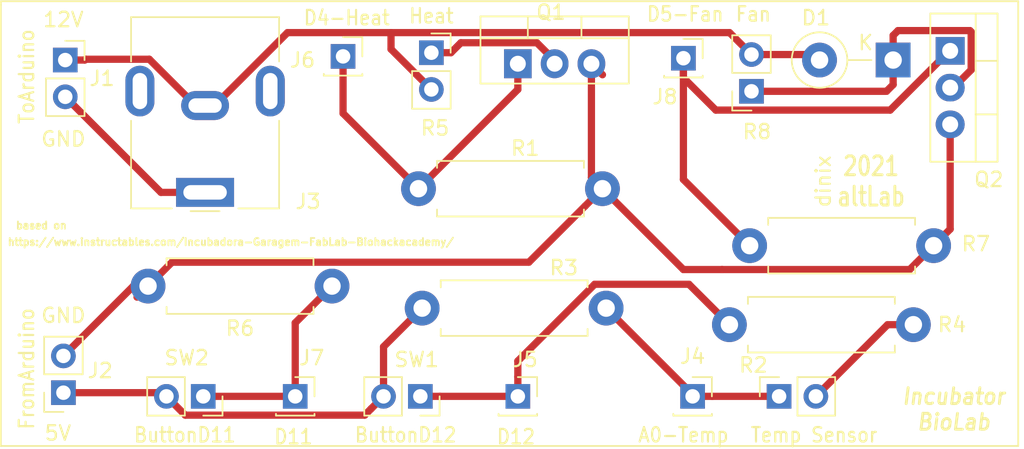
<source format=kicad_pcb>
(kicad_pcb (version 20171130) (host pcbnew "(5.1.2)-2")

  (general
    (thickness 1.6)
    (drawings 27)
    (tracks 84)
    (zones 0)
    (modules 21)
    (nets 12)
  )

  (page A4)
  (layers
    (0 F.Cu signal)
    (31 B.Cu signal hide)
    (32 B.Adhes user hide)
    (33 F.Adhes user hide)
    (34 B.Paste user hide)
    (35 F.Paste user hide)
    (36 B.SilkS user hide)
    (37 F.SilkS user)
    (38 B.Mask user hide)
    (39 F.Mask user hide)
    (40 Dwgs.User user hide)
    (41 Cmts.User user hide)
    (42 Eco1.User user hide)
    (43 Eco2.User user hide)
    (44 Edge.Cuts user)
    (45 Margin user hide)
    (46 B.CrtYd user hide)
    (47 F.CrtYd user hide)
    (48 B.Fab user hide)
    (49 F.Fab user hide)
  )

  (setup
    (last_trace_width 0.5)
    (user_trace_width 0.5)
    (trace_clearance 0.2)
    (zone_clearance 0.508)
    (zone_45_only no)
    (trace_min 0.2)
    (via_size 0.8)
    (via_drill 0.4)
    (via_min_size 0.4)
    (via_min_drill 0.3)
    (uvia_size 0.3)
    (uvia_drill 0.1)
    (uvias_allowed no)
    (uvia_min_size 0.2)
    (uvia_min_drill 0.1)
    (edge_width 0.05)
    (segment_width 0.2)
    (pcb_text_width 0.3)
    (pcb_text_size 1.5 1.5)
    (mod_edge_width 0.12)
    (mod_text_size 1 1)
    (mod_text_width 0.15)
    (pad_size 1.524 1.524)
    (pad_drill 0.762)
    (pad_to_mask_clearance 0.051)
    (solder_mask_min_width 0.25)
    (aux_axis_origin 0 0)
    (visible_elements 7FFFFFFF)
    (pcbplotparams
      (layerselection 0x01000_7fffffff)
      (usegerberextensions false)
      (usegerberattributes false)
      (usegerberadvancedattributes false)
      (creategerberjobfile false)
      (excludeedgelayer true)
      (linewidth 0.200000)
      (plotframeref true)
      (viasonmask false)
      (mode 1)
      (useauxorigin false)
      (hpglpennumber 1)
      (hpglpenspeed 20)
      (hpglpendiameter 15.000000)
      (psnegative false)
      (psa4output false)
      (plotreference true)
      (plotvalue true)
      (plotinvisibletext false)
      (padsonsilk false)
      (subtractmaskfromsilk false)
      (outputformat 3)
      (mirror false)
      (drillshape 2)
      (scaleselection 1)
      (outputdirectory "paralelo/"))
  )

  (net 0 "")
  (net 1 "Net-(D1-Pad1)")
  (net 2 "Net-(D1-Pad2)")
  (net 3 "Net-(J1-Pad2)")
  (net 4 "Net-(J2-Pad1)")
  (net 5 "Net-(J2-Pad2)")
  (net 6 "Net-(J4-Pad1)")
  (net 7 "Net-(J5-Pad1)")
  (net 8 "Net-(J6-Pad1)")
  (net 9 "Net-(J7-Pad1)")
  (net 10 "Net-(J8-Pad1)")
  (net 11 "Net-(Q1-Pad2)")

  (net_class Default "This is the default net class."
    (clearance 0.2)
    (trace_width 0.25)
    (via_dia 0.8)
    (via_drill 0.4)
    (uvia_dia 0.3)
    (uvia_drill 0.1)
    (add_net "Net-(D1-Pad1)")
    (add_net "Net-(D1-Pad2)")
    (add_net "Net-(J1-Pad2)")
    (add_net "Net-(J2-Pad1)")
    (add_net "Net-(J2-Pad2)")
    (add_net "Net-(J4-Pad1)")
    (add_net "Net-(J5-Pad1)")
    (add_net "Net-(J6-Pad1)")
    (add_net "Net-(J7-Pad1)")
    (add_net "Net-(J8-Pad1)")
    (add_net "Net-(Q1-Pad2)")
  )

  (module Connector_PinSocket_2.54mm:PinSocket_1x02_P2.54mm_Vertical (layer F.Cu) (tedit 5A19A420) (tstamp 60ADC171)
    (at 85.979 68.326 270)
    (descr "Through hole straight socket strip, 1x02, 2.54mm pitch, single row (from Kicad 4.0.7), script generated")
    (tags "Through hole socket strip THT 1x02 2.54mm single row")
    (path /60B16363)
    (fp_text reference SW1 (at -2.54 0.254 180) (layer F.SilkS)
      (effects (font (size 1 1) (thickness 0.15)))
    )
    (fp_text value "Button +" (at 0 5.31 90) (layer F.Fab)
      (effects (font (size 1 1) (thickness 0.15)))
    )
    (fp_text user %R (at 0 1.27) (layer F.Fab)
      (effects (font (size 1 1) (thickness 0.15)))
    )
    (fp_line (start -1.8 4.3) (end -1.8 -1.8) (layer F.CrtYd) (width 0.05))
    (fp_line (start 1.75 4.3) (end -1.8 4.3) (layer F.CrtYd) (width 0.05))
    (fp_line (start 1.75 -1.8) (end 1.75 4.3) (layer F.CrtYd) (width 0.05))
    (fp_line (start -1.8 -1.8) (end 1.75 -1.8) (layer F.CrtYd) (width 0.05))
    (fp_line (start 0 -1.33) (end 1.33 -1.33) (layer F.SilkS) (width 0.12))
    (fp_line (start 1.33 -1.33) (end 1.33 0) (layer F.SilkS) (width 0.12))
    (fp_line (start 1.33 1.27) (end 1.33 3.87) (layer F.SilkS) (width 0.12))
    (fp_line (start -1.33 3.87) (end 1.33 3.87) (layer F.SilkS) (width 0.12))
    (fp_line (start -1.33 1.27) (end -1.33 3.87) (layer F.SilkS) (width 0.12))
    (fp_line (start -1.33 1.27) (end 1.33 1.27) (layer F.SilkS) (width 0.12))
    (fp_line (start -1.27 3.81) (end -1.27 -1.27) (layer F.Fab) (width 0.1))
    (fp_line (start 1.27 3.81) (end -1.27 3.81) (layer F.Fab) (width 0.1))
    (fp_line (start 1.27 -0.635) (end 1.27 3.81) (layer F.Fab) (width 0.1))
    (fp_line (start 0.635 -1.27) (end 1.27 -0.635) (layer F.Fab) (width 0.1))
    (fp_line (start -1.27 -1.27) (end 0.635 -1.27) (layer F.Fab) (width 0.1))
    (pad 2 thru_hole oval (at 0 2.54 270) (size 1.7 1.7) (drill 1) (layers *.Cu *.Mask)
      (net 4 "Net-(J2-Pad1)"))
    (pad 1 thru_hole rect (at 0 0 270) (size 1.7 1.7) (drill 1) (layers *.Cu *.Mask)
      (net 7 "Net-(J5-Pad1)"))
    (model ${KISYS3DMOD}/Connector_PinSocket_2.54mm.3dshapes/PinSocket_1x02_P2.54mm_Vertical.wrl
      (at (xyz 0 0 0))
      (scale (xyz 1 1 1))
      (rotate (xyz 0 0 0))
    )
  )

  (module Connector_PinSocket_2.54mm:PinSocket_1x02_P2.54mm_Vertical (layer F.Cu) (tedit 5A19A420) (tstamp 60ADBFF1)
    (at 61.341 68.072 180)
    (descr "Through hole straight socket strip, 1x02, 2.54mm pitch, single row (from Kicad 4.0.7), script generated")
    (tags "Through hole socket strip THT 1x02 2.54mm single row")
    (path /60AFB970)
    (fp_text reference J2 (at -2.54 1.524) (layer F.SilkS)
      (effects (font (size 1 1) (thickness 0.15)))
    )
    (fp_text value FromArduino (at 0 5.31) (layer F.Fab)
      (effects (font (size 1 1) (thickness 0.15)))
    )
    (fp_line (start -1.27 -1.27) (end 0.635 -1.27) (layer F.Fab) (width 0.1))
    (fp_line (start 0.635 -1.27) (end 1.27 -0.635) (layer F.Fab) (width 0.1))
    (fp_line (start 1.27 -0.635) (end 1.27 3.81) (layer F.Fab) (width 0.1))
    (fp_line (start 1.27 3.81) (end -1.27 3.81) (layer F.Fab) (width 0.1))
    (fp_line (start -1.27 3.81) (end -1.27 -1.27) (layer F.Fab) (width 0.1))
    (fp_line (start -1.33 1.27) (end 1.33 1.27) (layer F.SilkS) (width 0.12))
    (fp_line (start -1.33 1.27) (end -1.33 3.87) (layer F.SilkS) (width 0.12))
    (fp_line (start -1.33 3.87) (end 1.33 3.87) (layer F.SilkS) (width 0.12))
    (fp_line (start 1.33 1.27) (end 1.33 3.87) (layer F.SilkS) (width 0.12))
    (fp_line (start 1.33 -1.33) (end 1.33 0) (layer F.SilkS) (width 0.12))
    (fp_line (start 0 -1.33) (end 1.33 -1.33) (layer F.SilkS) (width 0.12))
    (fp_line (start -1.8 -1.8) (end 1.75 -1.8) (layer F.CrtYd) (width 0.05))
    (fp_line (start 1.75 -1.8) (end 1.75 4.3) (layer F.CrtYd) (width 0.05))
    (fp_line (start 1.75 4.3) (end -1.8 4.3) (layer F.CrtYd) (width 0.05))
    (fp_line (start -1.8 4.3) (end -1.8 -1.8) (layer F.CrtYd) (width 0.05))
    (fp_text user %R (at 0 1.27 90) (layer F.Fab)
      (effects (font (size 1 1) (thickness 0.15)))
    )
    (pad 1 thru_hole rect (at 0 0 180) (size 1.7 1.7) (drill 1) (layers *.Cu *.Mask)
      (net 4 "Net-(J2-Pad1)"))
    (pad 2 thru_hole oval (at 0 2.54 180) (size 1.7 1.7) (drill 1) (layers *.Cu *.Mask)
      (net 5 "Net-(J2-Pad2)"))
    (model ${KISYS3DMOD}/Connector_PinSocket_2.54mm.3dshapes/PinSocket_1x02_P2.54mm_Vertical.wrl
      (at (xyz 0 0 0))
      (scale (xyz 1 1 1))
      (rotate (xyz 0 0 0))
    )
  )

  (module Connector_PinSocket_2.54mm:PinSocket_1x02_P2.54mm_Vertical (layer F.Cu) (tedit 5A19A420) (tstamp 60ADBFDB)
    (at 61.468 45.085)
    (descr "Through hole straight socket strip, 1x02, 2.54mm pitch, single row (from Kicad 4.0.7), script generated")
    (tags "Through hole socket strip THT 1x02 2.54mm single row")
    (path /60B02D22)
    (fp_text reference J1 (at 2.54 1.27) (layer F.SilkS)
      (effects (font (size 1 1) (thickness 0.15)))
    )
    (fp_text value ToArduino (at 0 5.31) (layer F.Fab)
      (effects (font (size 1 1) (thickness 0.15)))
    )
    (fp_line (start -1.27 -1.27) (end 0.635 -1.27) (layer F.Fab) (width 0.1))
    (fp_line (start 0.635 -1.27) (end 1.27 -0.635) (layer F.Fab) (width 0.1))
    (fp_line (start 1.27 -0.635) (end 1.27 3.81) (layer F.Fab) (width 0.1))
    (fp_line (start 1.27 3.81) (end -1.27 3.81) (layer F.Fab) (width 0.1))
    (fp_line (start -1.27 3.81) (end -1.27 -1.27) (layer F.Fab) (width 0.1))
    (fp_line (start -1.33 1.27) (end 1.33 1.27) (layer F.SilkS) (width 0.12))
    (fp_line (start -1.33 1.27) (end -1.33 3.87) (layer F.SilkS) (width 0.12))
    (fp_line (start -1.33 3.87) (end 1.33 3.87) (layer F.SilkS) (width 0.12))
    (fp_line (start 1.33 1.27) (end 1.33 3.87) (layer F.SilkS) (width 0.12))
    (fp_line (start 1.33 -1.33) (end 1.33 0) (layer F.SilkS) (width 0.12))
    (fp_line (start 0 -1.33) (end 1.33 -1.33) (layer F.SilkS) (width 0.12))
    (fp_line (start -1.8 -1.8) (end 1.75 -1.8) (layer F.CrtYd) (width 0.05))
    (fp_line (start 1.75 -1.8) (end 1.75 4.3) (layer F.CrtYd) (width 0.05))
    (fp_line (start 1.75 4.3) (end -1.8 4.3) (layer F.CrtYd) (width 0.05))
    (fp_line (start -1.8 4.3) (end -1.8 -1.8) (layer F.CrtYd) (width 0.05))
    (fp_text user %R (at 0 1.27 90) (layer F.Fab)
      (effects (font (size 1 1) (thickness 0.15)))
    )
    (pad 1 thru_hole rect (at 0 0) (size 1.7 1.7) (drill 1) (layers *.Cu *.Mask)
      (net 2 "Net-(D1-Pad2)"))
    (pad 2 thru_hole oval (at 0 2.54) (size 1.7 1.7) (drill 1) (layers *.Cu *.Mask)
      (net 3 "Net-(J1-Pad2)"))
    (model ${KISYS3DMOD}/Connector_PinSocket_2.54mm.3dshapes/PinSocket_1x02_P2.54mm_Vertical.wrl
      (at (xyz 0 0 0))
      (scale (xyz 1 1 1))
      (rotate (xyz 0 0 0))
    )
  )

  (module Connector_BarrelJack:BarrelJack_CUI_PJ-063AH_Horizontal (layer F.Cu) (tedit 5B0886BD) (tstamp 60ADC00E)
    (at 71.12 54.229 180)
    (descr "Barrel Jack, 2.0mm ID, 5.5mm OD, 24V, 8A, no switch, https://www.cui.com/product/resource/pj-063ah.pdf")
    (tags "barrel jack cui dc power")
    (path /60B67757)
    (fp_text reference J3 (at -7.112 -0.635) (layer F.SilkS)
      (effects (font (size 1 1) (thickness 0.15)))
    )
    (fp_text value Power12V (at 0 11.049) (layer F.Fab)
      (effects (font (size 1 1) (thickness 0.15)))
    )
    (fp_line (start -5 -1) (end -1 -1) (layer F.Fab) (width 0.1))
    (fp_line (start -1 -1) (end 0 0) (layer F.Fab) (width 0.1))
    (fp_line (start 0 0) (end 1 -1) (layer F.Fab) (width 0.1))
    (fp_line (start 1 -1) (end 5 -1) (layer F.Fab) (width 0.1))
    (fp_line (start 5 -1) (end 5 12) (layer F.Fab) (width 0.1))
    (fp_line (start 5 12) (end -5 12) (layer F.Fab) (width 0.1))
    (fp_line (start -5 12) (end -5 -1) (layer F.Fab) (width 0.1))
    (fp_line (start -5.11 4.95) (end -5.11 -1.11) (layer F.SilkS) (width 0.12))
    (fp_line (start -5.11 -1.11) (end -2.3 -1.11) (layer F.SilkS) (width 0.12))
    (fp_line (start 2.3 -1.11) (end 5.11 -1.11) (layer F.SilkS) (width 0.12))
    (fp_line (start 5.11 -1.11) (end 5.11 4.95) (layer F.SilkS) (width 0.12))
    (fp_line (start 5.11 9.05) (end 5.11 12.11) (layer F.SilkS) (width 0.12))
    (fp_line (start 5.11 12.11) (end -5.11 12.11) (layer F.SilkS) (width 0.12))
    (fp_line (start -5.11 12.11) (end -5.11 9.05) (layer F.SilkS) (width 0.12))
    (fp_line (start -1 -1.3) (end 1 -1.3) (layer F.SilkS) (width 0.12))
    (fp_line (start -6 -1.5) (end -6 12.5) (layer F.CrtYd) (width 0.05))
    (fp_line (start -6 12.5) (end 6 12.5) (layer F.CrtYd) (width 0.05))
    (fp_line (start 6 12.5) (end 6 -1.5) (layer F.CrtYd) (width 0.05))
    (fp_line (start 6 -1.5) (end -6 -1.5) (layer F.CrtYd) (width 0.05))
    (fp_text user %R (at 0 5.5) (layer F.Fab)
      (effects (font (size 1 1) (thickness 0.15)))
    )
    (pad 1 thru_hole rect (at 0 0 180) (size 4 2) (drill oval 3 1) (layers *.Cu *.Mask)
      (net 3 "Net-(J1-Pad2)"))
    (pad 2 thru_hole oval (at 0 6 180) (size 3.3 2) (drill oval 2.3 1) (layers *.Cu *.Mask)
      (net 2 "Net-(D1-Pad2)"))
    (pad MP thru_hole oval (at -4.5 7 180) (size 2 3.5) (drill oval 1 2.5) (layers *.Cu *.Mask))
    (pad MP thru_hole oval (at 4.5 7 180) (size 2 3.5) (drill oval 1 2.5) (layers *.Cu *.Mask))
    (pad "" np_thru_hole circle (at 0 9 180) (size 1.6 1.6) (drill 1.6) (layers *.Cu *.Mask))
    (model ${KISYS3DMOD}/Connector_BarrelJack.3dshapes/BarrelJack_CUI_PJ-063AH_Horizontal.wrl
      (at (xyz 0 0 0))
      (scale (xyz 1 1 1))
      (rotate (xyz 0 0 0))
    )
  )

  (module Connector_PinSocket_2.54mm:PinSocket_1x01_P2.54mm_Vertical (layer F.Cu) (tedit 5A19A434) (tstamp 60ADC022)
    (at 104.775 68.326)
    (descr "Through hole straight socket strip, 1x01, 2.54mm pitch, single row (from Kicad 4.0.7), script generated")
    (tags "Through hole socket strip THT 1x01 2.54mm single row")
    (path /60B2464F)
    (fp_text reference J4 (at 0 -2.77) (layer F.SilkS)
      (effects (font (size 1 1) (thickness 0.15)))
    )
    (fp_text value "A0 Sensor" (at 0 2.77) (layer F.Fab)
      (effects (font (size 1 1) (thickness 0.15)))
    )
    (fp_line (start -1.27 -1.27) (end 0.635 -1.27) (layer F.Fab) (width 0.1))
    (fp_line (start 0.635 -1.27) (end 1.27 -0.635) (layer F.Fab) (width 0.1))
    (fp_line (start 1.27 -0.635) (end 1.27 1.27) (layer F.Fab) (width 0.1))
    (fp_line (start 1.27 1.27) (end -1.27 1.27) (layer F.Fab) (width 0.1))
    (fp_line (start -1.27 1.27) (end -1.27 -1.27) (layer F.Fab) (width 0.1))
    (fp_line (start -1.33 1.33) (end 1.33 1.33) (layer F.SilkS) (width 0.12))
    (fp_line (start -1.33 1.21) (end -1.33 1.33) (layer F.SilkS) (width 0.12))
    (fp_line (start 1.33 1.21) (end 1.33 1.33) (layer F.SilkS) (width 0.12))
    (fp_line (start 1.33 -1.33) (end 1.33 0) (layer F.SilkS) (width 0.12))
    (fp_line (start 0 -1.33) (end 1.33 -1.33) (layer F.SilkS) (width 0.12))
    (fp_line (start -1.8 -1.8) (end 1.75 -1.8) (layer F.CrtYd) (width 0.05))
    (fp_line (start 1.75 -1.8) (end 1.75 1.75) (layer F.CrtYd) (width 0.05))
    (fp_line (start 1.75 1.75) (end -1.8 1.75) (layer F.CrtYd) (width 0.05))
    (fp_line (start -1.8 1.75) (end -1.8 -1.8) (layer F.CrtYd) (width 0.05))
    (fp_text user %R (at 0 0) (layer F.Fab)
      (effects (font (size 1 1) (thickness 0.15)))
    )
    (pad 1 thru_hole rect (at 0 0) (size 1.7 1.7) (drill 1) (layers *.Cu *.Mask)
      (net 6 "Net-(J4-Pad1)"))
    (model ${KISYS3DMOD}/Connector_PinSocket_2.54mm.3dshapes/PinSocket_1x01_P2.54mm_Vertical.wrl
      (at (xyz 0 0 0))
      (scale (xyz 1 1 1))
      (rotate (xyz 0 0 0))
    )
  )

  (module Connector_PinSocket_2.54mm:PinSocket_1x01_P2.54mm_Vertical (layer F.Cu) (tedit 5A19A434) (tstamp 60ADC036)
    (at 92.71 68.326)
    (descr "Through hole straight socket strip, 1x01, 2.54mm pitch, single row (from Kicad 4.0.7), script generated")
    (tags "Through hole socket strip THT 1x01 2.54mm single row")
    (path /60B197F3)
    (fp_text reference J5 (at 0.508 -2.54) (layer F.SilkS)
      (effects (font (size 1 1) (thickness 0.15)))
    )
    (fp_text value D12 (at 0 2.77) (layer F.Fab)
      (effects (font (size 1 1) (thickness 0.15)))
    )
    (fp_line (start -1.27 -1.27) (end 0.635 -1.27) (layer F.Fab) (width 0.1))
    (fp_line (start 0.635 -1.27) (end 1.27 -0.635) (layer F.Fab) (width 0.1))
    (fp_line (start 1.27 -0.635) (end 1.27 1.27) (layer F.Fab) (width 0.1))
    (fp_line (start 1.27 1.27) (end -1.27 1.27) (layer F.Fab) (width 0.1))
    (fp_line (start -1.27 1.27) (end -1.27 -1.27) (layer F.Fab) (width 0.1))
    (fp_line (start -1.33 1.33) (end 1.33 1.33) (layer F.SilkS) (width 0.12))
    (fp_line (start -1.33 1.21) (end -1.33 1.33) (layer F.SilkS) (width 0.12))
    (fp_line (start 1.33 1.21) (end 1.33 1.33) (layer F.SilkS) (width 0.12))
    (fp_line (start 1.33 -1.33) (end 1.33 0) (layer F.SilkS) (width 0.12))
    (fp_line (start 0 -1.33) (end 1.33 -1.33) (layer F.SilkS) (width 0.12))
    (fp_line (start -1.8 -1.8) (end 1.75 -1.8) (layer F.CrtYd) (width 0.05))
    (fp_line (start 1.75 -1.8) (end 1.75 1.75) (layer F.CrtYd) (width 0.05))
    (fp_line (start 1.75 1.75) (end -1.8 1.75) (layer F.CrtYd) (width 0.05))
    (fp_line (start -1.8 1.75) (end -1.8 -1.8) (layer F.CrtYd) (width 0.05))
    (fp_text user %R (at 0 0) (layer F.Fab)
      (effects (font (size 1 1) (thickness 0.15)))
    )
    (pad 1 thru_hole rect (at 0 0) (size 1.7 1.7) (drill 1) (layers *.Cu *.Mask)
      (net 7 "Net-(J5-Pad1)"))
    (model ${KISYS3DMOD}/Connector_PinSocket_2.54mm.3dshapes/PinSocket_1x01_P2.54mm_Vertical.wrl
      (at (xyz 0 0 0))
      (scale (xyz 1 1 1))
      (rotate (xyz 0 0 0))
    )
  )

  (module Connector_PinSocket_2.54mm:PinSocket_1x01_P2.54mm_Vertical (layer F.Cu) (tedit 5A19A434) (tstamp 60ADC04A)
    (at 80.645 44.831)
    (descr "Through hole straight socket strip, 1x01, 2.54mm pitch, single row (from Kicad 4.0.7), script generated")
    (tags "Through hole socket strip THT 1x01 2.54mm single row")
    (path /60B017AD)
    (fp_text reference J6 (at -2.794 0.254) (layer F.SilkS)
      (effects (font (size 1 1) (thickness 0.15)))
    )
    (fp_text value "D4 - Heat" (at 0 2.77) (layer F.Fab)
      (effects (font (size 1 1) (thickness 0.15)))
    )
    (fp_line (start -1.27 -1.27) (end 0.635 -1.27) (layer F.Fab) (width 0.1))
    (fp_line (start 0.635 -1.27) (end 1.27 -0.635) (layer F.Fab) (width 0.1))
    (fp_line (start 1.27 -0.635) (end 1.27 1.27) (layer F.Fab) (width 0.1))
    (fp_line (start 1.27 1.27) (end -1.27 1.27) (layer F.Fab) (width 0.1))
    (fp_line (start -1.27 1.27) (end -1.27 -1.27) (layer F.Fab) (width 0.1))
    (fp_line (start -1.33 1.33) (end 1.33 1.33) (layer F.SilkS) (width 0.12))
    (fp_line (start -1.33 1.21) (end -1.33 1.33) (layer F.SilkS) (width 0.12))
    (fp_line (start 1.33 1.21) (end 1.33 1.33) (layer F.SilkS) (width 0.12))
    (fp_line (start 1.33 -1.33) (end 1.33 0) (layer F.SilkS) (width 0.12))
    (fp_line (start 0 -1.33) (end 1.33 -1.33) (layer F.SilkS) (width 0.12))
    (fp_line (start -1.8 -1.8) (end 1.75 -1.8) (layer F.CrtYd) (width 0.05))
    (fp_line (start 1.75 -1.8) (end 1.75 1.75) (layer F.CrtYd) (width 0.05))
    (fp_line (start 1.75 1.75) (end -1.8 1.75) (layer F.CrtYd) (width 0.05))
    (fp_line (start -1.8 1.75) (end -1.8 -1.8) (layer F.CrtYd) (width 0.05))
    (fp_text user %R (at 0 0) (layer F.Fab)
      (effects (font (size 1 1) (thickness 0.15)))
    )
    (pad 1 thru_hole rect (at 0 0) (size 1.7 1.7) (drill 1) (layers *.Cu *.Mask)
      (net 8 "Net-(J6-Pad1)"))
    (model ${KISYS3DMOD}/Connector_PinSocket_2.54mm.3dshapes/PinSocket_1x01_P2.54mm_Vertical.wrl
      (at (xyz 0 0 0))
      (scale (xyz 1 1 1))
      (rotate (xyz 0 0 0))
    )
  )

  (module Connector_PinSocket_2.54mm:PinSocket_1x01_P2.54mm_Vertical (layer F.Cu) (tedit 5A19A434) (tstamp 60ADC05E)
    (at 77.343 68.326)
    (descr "Through hole straight socket strip, 1x01, 2.54mm pitch, single row (from Kicad 4.0.7), script generated")
    (tags "Through hole socket strip THT 1x01 2.54mm single row")
    (path /60B1BD80)
    (fp_text reference J7 (at 1.143 -2.667) (layer F.SilkS)
      (effects (font (size 1 1) (thickness 0.15)))
    )
    (fp_text value D11 (at 0 2.77) (layer F.Fab)
      (effects (font (size 1 1) (thickness 0.15)))
    )
    (fp_text user %R (at 0 0) (layer F.Fab)
      (effects (font (size 1 1) (thickness 0.15)))
    )
    (fp_line (start -1.8 1.75) (end -1.8 -1.8) (layer F.CrtYd) (width 0.05))
    (fp_line (start 1.75 1.75) (end -1.8 1.75) (layer F.CrtYd) (width 0.05))
    (fp_line (start 1.75 -1.8) (end 1.75 1.75) (layer F.CrtYd) (width 0.05))
    (fp_line (start -1.8 -1.8) (end 1.75 -1.8) (layer F.CrtYd) (width 0.05))
    (fp_line (start 0 -1.33) (end 1.33 -1.33) (layer F.SilkS) (width 0.12))
    (fp_line (start 1.33 -1.33) (end 1.33 0) (layer F.SilkS) (width 0.12))
    (fp_line (start 1.33 1.21) (end 1.33 1.33) (layer F.SilkS) (width 0.12))
    (fp_line (start -1.33 1.21) (end -1.33 1.33) (layer F.SilkS) (width 0.12))
    (fp_line (start -1.33 1.33) (end 1.33 1.33) (layer F.SilkS) (width 0.12))
    (fp_line (start -1.27 1.27) (end -1.27 -1.27) (layer F.Fab) (width 0.1))
    (fp_line (start 1.27 1.27) (end -1.27 1.27) (layer F.Fab) (width 0.1))
    (fp_line (start 1.27 -0.635) (end 1.27 1.27) (layer F.Fab) (width 0.1))
    (fp_line (start 0.635 -1.27) (end 1.27 -0.635) (layer F.Fab) (width 0.1))
    (fp_line (start -1.27 -1.27) (end 0.635 -1.27) (layer F.Fab) (width 0.1))
    (pad 1 thru_hole rect (at 0 0) (size 1.7 1.7) (drill 1) (layers *.Cu *.Mask)
      (net 9 "Net-(J7-Pad1)"))
    (model ${KISYS3DMOD}/Connector_PinSocket_2.54mm.3dshapes/PinSocket_1x01_P2.54mm_Vertical.wrl
      (at (xyz 0 0 0))
      (scale (xyz 1 1 1))
      (rotate (xyz 0 0 0))
    )
  )

  (module Connector_PinSocket_2.54mm:PinSocket_1x01_P2.54mm_Vertical (layer F.Cu) (tedit 5A19A434) (tstamp 60ADC072)
    (at 104.14 44.958)
    (descr "Through hole straight socket strip, 1x01, 2.54mm pitch, single row (from Kicad 4.0.7), script generated")
    (tags "Through hole socket strip THT 1x01 2.54mm single row")
    (path /60B00D16)
    (fp_text reference J8 (at -1.27 2.667) (layer F.SilkS)
      (effects (font (size 1 1) (thickness 0.15)))
    )
    (fp_text value D5-Fan (at 0 2.77) (layer F.Fab)
      (effects (font (size 1 1) (thickness 0.15)))
    )
    (fp_text user %R (at 0 0) (layer F.Fab)
      (effects (font (size 1 1) (thickness 0.15)))
    )
    (fp_line (start -1.8 1.75) (end -1.8 -1.8) (layer F.CrtYd) (width 0.05))
    (fp_line (start 1.75 1.75) (end -1.8 1.75) (layer F.CrtYd) (width 0.05))
    (fp_line (start 1.75 -1.8) (end 1.75 1.75) (layer F.CrtYd) (width 0.05))
    (fp_line (start -1.8 -1.8) (end 1.75 -1.8) (layer F.CrtYd) (width 0.05))
    (fp_line (start 0 -1.33) (end 1.33 -1.33) (layer F.SilkS) (width 0.12))
    (fp_line (start 1.33 -1.33) (end 1.33 0) (layer F.SilkS) (width 0.12))
    (fp_line (start 1.33 1.21) (end 1.33 1.33) (layer F.SilkS) (width 0.12))
    (fp_line (start -1.33 1.21) (end -1.33 1.33) (layer F.SilkS) (width 0.12))
    (fp_line (start -1.33 1.33) (end 1.33 1.33) (layer F.SilkS) (width 0.12))
    (fp_line (start -1.27 1.27) (end -1.27 -1.27) (layer F.Fab) (width 0.1))
    (fp_line (start 1.27 1.27) (end -1.27 1.27) (layer F.Fab) (width 0.1))
    (fp_line (start 1.27 -0.635) (end 1.27 1.27) (layer F.Fab) (width 0.1))
    (fp_line (start 0.635 -1.27) (end 1.27 -0.635) (layer F.Fab) (width 0.1))
    (fp_line (start -1.27 -1.27) (end 0.635 -1.27) (layer F.Fab) (width 0.1))
    (pad 1 thru_hole rect (at 0 0) (size 1.7 1.7) (drill 1) (layers *.Cu *.Mask)
      (net 10 "Net-(J8-Pad1)"))
    (model ${KISYS3DMOD}/Connector_PinSocket_2.54mm.3dshapes/PinSocket_1x01_P2.54mm_Vertical.wrl
      (at (xyz 0 0 0))
      (scale (xyz 1 1 1))
      (rotate (xyz 0 0 0))
    )
  )

  (module Package_TO_SOT_THT:TO-220-3_Vertical (layer F.Cu) (tedit 5AC8BA0D) (tstamp 60ADC08C)
    (at 92.71 45.339)
    (descr "TO-220-3, Vertical, RM 2.54mm, see https://www.vishay.com/docs/66542/to-220-1.pdf")
    (tags "TO-220-3 Vertical RM 2.54mm")
    (path /60AF9FE2)
    (fp_text reference Q1 (at 2.286 -3.556) (layer F.SilkS)
      (effects (font (size 1 1) (thickness 0.15)))
    )
    (fp_text value IRF-Heat (at 2.54 2.5) (layer F.Fab)
      (effects (font (size 1 1) (thickness 0.15)))
    )
    (fp_text user %R (at 2.286 -3.556) (layer F.Fab)
      (effects (font (size 1 1) (thickness 0.15)))
    )
    (fp_line (start 7.79 -3.4) (end -2.71 -3.4) (layer F.CrtYd) (width 0.05))
    (fp_line (start 7.79 1.51) (end 7.79 -3.4) (layer F.CrtYd) (width 0.05))
    (fp_line (start -2.71 1.51) (end 7.79 1.51) (layer F.CrtYd) (width 0.05))
    (fp_line (start -2.71 -3.4) (end -2.71 1.51) (layer F.CrtYd) (width 0.05))
    (fp_line (start 4.391 -3.27) (end 4.391 -1.76) (layer F.SilkS) (width 0.12))
    (fp_line (start 0.69 -3.27) (end 0.69 -1.76) (layer F.SilkS) (width 0.12))
    (fp_line (start -2.58 -1.76) (end 7.66 -1.76) (layer F.SilkS) (width 0.12))
    (fp_line (start 7.66 -3.27) (end 7.66 1.371) (layer F.SilkS) (width 0.12))
    (fp_line (start -2.58 -3.27) (end -2.58 1.371) (layer F.SilkS) (width 0.12))
    (fp_line (start -2.58 1.371) (end 7.66 1.371) (layer F.SilkS) (width 0.12))
    (fp_line (start -2.58 -3.27) (end 7.66 -3.27) (layer F.SilkS) (width 0.12))
    (fp_line (start 4.39 -3.15) (end 4.39 -1.88) (layer F.Fab) (width 0.1))
    (fp_line (start 0.69 -3.15) (end 0.69 -1.88) (layer F.Fab) (width 0.1))
    (fp_line (start -2.46 -1.88) (end 7.54 -1.88) (layer F.Fab) (width 0.1))
    (fp_line (start 7.54 -3.15) (end -2.46 -3.15) (layer F.Fab) (width 0.1))
    (fp_line (start 7.54 1.25) (end 7.54 -3.15) (layer F.Fab) (width 0.1))
    (fp_line (start -2.46 1.25) (end 7.54 1.25) (layer F.Fab) (width 0.1))
    (fp_line (start -2.46 -3.15) (end -2.46 1.25) (layer F.Fab) (width 0.1))
    (pad 3 thru_hole oval (at 5.08 0) (size 1.905 2) (drill 1.1) (layers *.Cu *.Mask)
      (net 5 "Net-(J2-Pad2)"))
    (pad 2 thru_hole oval (at 2.54 0) (size 1.905 2) (drill 1.1) (layers *.Cu *.Mask)
      (net 11 "Net-(Q1-Pad2)"))
    (pad 1 thru_hole rect (at 0 0) (size 1.905 2) (drill 1.1) (layers *.Cu *.Mask)
      (net 8 "Net-(J6-Pad1)"))
    (model ${KISYS3DMOD}/Package_TO_SOT_THT.3dshapes/TO-220-3_Vertical.wrl
      (at (xyz 0 0 0))
      (scale (xyz 1 1 1))
      (rotate (xyz 0 0 0))
    )
  )

  (module Package_TO_SOT_THT:TO-220-3_Vertical (layer F.Cu) (tedit 5AC8BA0D) (tstamp 60ADC0A6)
    (at 122.555 44.45 270)
    (descr "TO-220-3, Vertical, RM 2.54mm, see https://www.vishay.com/docs/66542/to-220-1.pdf")
    (tags "TO-220-3 Vertical RM 2.54mm")
    (path /60AFA7DF)
    (fp_text reference Q2 (at 8.89 -2.667 180) (layer F.SilkS)
      (effects (font (size 1 1) (thickness 0.15)))
    )
    (fp_text value IRF-Fan (at 2.54 2.5 90) (layer F.Fab)
      (effects (font (size 1 1) (thickness 0.15)))
    )
    (fp_line (start -2.46 -3.15) (end -2.46 1.25) (layer F.Fab) (width 0.1))
    (fp_line (start -2.46 1.25) (end 7.54 1.25) (layer F.Fab) (width 0.1))
    (fp_line (start 7.54 1.25) (end 7.54 -3.15) (layer F.Fab) (width 0.1))
    (fp_line (start 7.54 -3.15) (end -2.46 -3.15) (layer F.Fab) (width 0.1))
    (fp_line (start -2.46 -1.88) (end 7.54 -1.88) (layer F.Fab) (width 0.1))
    (fp_line (start 0.69 -3.15) (end 0.69 -1.88) (layer F.Fab) (width 0.1))
    (fp_line (start 4.39 -3.15) (end 4.39 -1.88) (layer F.Fab) (width 0.1))
    (fp_line (start -2.58 -3.27) (end 7.66 -3.27) (layer F.SilkS) (width 0.12))
    (fp_line (start -2.58 1.371) (end 7.66 1.371) (layer F.SilkS) (width 0.12))
    (fp_line (start -2.58 -3.27) (end -2.58 1.371) (layer F.SilkS) (width 0.12))
    (fp_line (start 7.66 -3.27) (end 7.66 1.371) (layer F.SilkS) (width 0.12))
    (fp_line (start -2.58 -1.76) (end 7.66 -1.76) (layer F.SilkS) (width 0.12))
    (fp_line (start 0.69 -3.27) (end 0.69 -1.76) (layer F.SilkS) (width 0.12))
    (fp_line (start 4.391 -3.27) (end 4.391 -1.76) (layer F.SilkS) (width 0.12))
    (fp_line (start -2.71 -3.4) (end -2.71 1.51) (layer F.CrtYd) (width 0.05))
    (fp_line (start -2.71 1.51) (end 7.79 1.51) (layer F.CrtYd) (width 0.05))
    (fp_line (start 7.79 1.51) (end 7.79 -3.4) (layer F.CrtYd) (width 0.05))
    (fp_line (start 7.79 -3.4) (end -2.71 -3.4) (layer F.CrtYd) (width 0.05))
    (fp_text user %R (at 2.54 -4.27 90) (layer F.Fab)
      (effects (font (size 1 1) (thickness 0.15)))
    )
    (pad 1 thru_hole rect (at 0 0 270) (size 1.905 2) (drill 1.1) (layers *.Cu *.Mask)
      (net 10 "Net-(J8-Pad1)"))
    (pad 2 thru_hole oval (at 2.54 0 270) (size 1.905 2) (drill 1.1) (layers *.Cu *.Mask)
      (net 1 "Net-(D1-Pad1)"))
    (pad 3 thru_hole oval (at 5.08 0 270) (size 1.905 2) (drill 1.1) (layers *.Cu *.Mask)
      (net 5 "Net-(J2-Pad2)"))
    (model ${KISYS3DMOD}/Package_TO_SOT_THT.3dshapes/TO-220-3_Vertical.wrl
      (at (xyz 0 0 0))
      (scale (xyz 1 1 1))
      (rotate (xyz 0 0 0))
    )
  )

  (module Resistor_THT:R_Axial_DIN0411_L9.9mm_D3.6mm_P12.70mm_Horizontal (layer F.Cu) (tedit 5AE5139B) (tstamp 60ADC0BD)
    (at 85.852 53.975)
    (descr "Resistor, Axial_DIN0411 series, Axial, Horizontal, pin pitch=12.7mm, 1W, length*diameter=9.9*3.6mm^2")
    (tags "Resistor Axial_DIN0411 series Axial Horizontal pin pitch 12.7mm 1W length 9.9mm diameter 3.6mm")
    (path /60AFEDDD)
    (fp_text reference R1 (at 7.366 -2.794) (layer F.SilkS)
      (effects (font (size 1 1) (thickness 0.15)))
    )
    (fp_text value Heat-R (at 6.35 2.92) (layer F.Fab)
      (effects (font (size 1 1) (thickness 0.15)))
    )
    (fp_line (start 1.4 -1.8) (end 1.4 1.8) (layer F.Fab) (width 0.1))
    (fp_line (start 1.4 1.8) (end 11.3 1.8) (layer F.Fab) (width 0.1))
    (fp_line (start 11.3 1.8) (end 11.3 -1.8) (layer F.Fab) (width 0.1))
    (fp_line (start 11.3 -1.8) (end 1.4 -1.8) (layer F.Fab) (width 0.1))
    (fp_line (start 0 0) (end 1.4 0) (layer F.Fab) (width 0.1))
    (fp_line (start 12.7 0) (end 11.3 0) (layer F.Fab) (width 0.1))
    (fp_line (start 1.28 -1.44) (end 1.28 -1.92) (layer F.SilkS) (width 0.12))
    (fp_line (start 1.28 -1.92) (end 11.42 -1.92) (layer F.SilkS) (width 0.12))
    (fp_line (start 11.42 -1.92) (end 11.42 -1.44) (layer F.SilkS) (width 0.12))
    (fp_line (start 1.28 1.44) (end 1.28 1.92) (layer F.SilkS) (width 0.12))
    (fp_line (start 1.28 1.92) (end 11.42 1.92) (layer F.SilkS) (width 0.12))
    (fp_line (start 11.42 1.92) (end 11.42 1.44) (layer F.SilkS) (width 0.12))
    (fp_line (start -1.45 -2.05) (end -1.45 2.05) (layer F.CrtYd) (width 0.05))
    (fp_line (start -1.45 2.05) (end 14.15 2.05) (layer F.CrtYd) (width 0.05))
    (fp_line (start 14.15 2.05) (end 14.15 -2.05) (layer F.CrtYd) (width 0.05))
    (fp_line (start 14.15 -2.05) (end -1.45 -2.05) (layer F.CrtYd) (width 0.05))
    (fp_text user %R (at 6.35 0) (layer F.Fab)
      (effects (font (size 1 1) (thickness 0.15)))
    )
    (pad 1 thru_hole circle (at 0 0) (size 2.4 2.4) (drill 1.2) (layers *.Cu *.Mask)
      (net 8 "Net-(J6-Pad1)"))
    (pad 2 thru_hole oval (at 12.7 0) (size 2.4 2.4) (drill 1.2) (layers *.Cu *.Mask)
      (net 5 "Net-(J2-Pad2)"))
    (model ${KISYS3DMOD}/Resistor_THT.3dshapes/R_Axial_DIN0411_L9.9mm_D3.6mm_P12.70mm_Horizontal.wrl
      (at (xyz 0 0 0))
      (scale (xyz 1 1 1))
      (rotate (xyz 0 0 0))
    )
  )

  (module Connector_PinSocket_2.54mm:PinSocket_1x02_P2.54mm_Vertical (layer F.Cu) (tedit 5A19A420) (tstamp 60ADC0D3)
    (at 110.744 68.326 90)
    (descr "Through hole straight socket strip, 1x02, 2.54mm pitch, single row (from Kicad 4.0.7), script generated")
    (tags "Through hole socket strip THT 1x02 2.54mm single row")
    (path /60B1F165)
    (fp_text reference R2 (at 2.159 -1.778 180) (layer F.SilkS)
      (effects (font (size 1 1) (thickness 0.15)))
    )
    (fp_text value Sensor (at 0 5.31 90) (layer F.Fab)
      (effects (font (size 1 1) (thickness 0.15)))
    )
    (fp_text user %R (at 0 1.27) (layer F.Fab)
      (effects (font (size 1 1) (thickness 0.15)))
    )
    (fp_line (start -1.8 4.3) (end -1.8 -1.8) (layer F.CrtYd) (width 0.05))
    (fp_line (start 1.75 4.3) (end -1.8 4.3) (layer F.CrtYd) (width 0.05))
    (fp_line (start 1.75 -1.8) (end 1.75 4.3) (layer F.CrtYd) (width 0.05))
    (fp_line (start -1.8 -1.8) (end 1.75 -1.8) (layer F.CrtYd) (width 0.05))
    (fp_line (start 0 -1.33) (end 1.33 -1.33) (layer F.SilkS) (width 0.12))
    (fp_line (start 1.33 -1.33) (end 1.33 0) (layer F.SilkS) (width 0.12))
    (fp_line (start 1.33 1.27) (end 1.33 3.87) (layer F.SilkS) (width 0.12))
    (fp_line (start -1.33 3.87) (end 1.33 3.87) (layer F.SilkS) (width 0.12))
    (fp_line (start -1.33 1.27) (end -1.33 3.87) (layer F.SilkS) (width 0.12))
    (fp_line (start -1.33 1.27) (end 1.33 1.27) (layer F.SilkS) (width 0.12))
    (fp_line (start -1.27 3.81) (end -1.27 -1.27) (layer F.Fab) (width 0.1))
    (fp_line (start 1.27 3.81) (end -1.27 3.81) (layer F.Fab) (width 0.1))
    (fp_line (start 1.27 -0.635) (end 1.27 3.81) (layer F.Fab) (width 0.1))
    (fp_line (start 0.635 -1.27) (end 1.27 -0.635) (layer F.Fab) (width 0.1))
    (fp_line (start -1.27 -1.27) (end 0.635 -1.27) (layer F.Fab) (width 0.1))
    (pad 2 thru_hole oval (at 0 2.54 90) (size 1.7 1.7) (drill 1) (layers *.Cu *.Mask)
      (net 5 "Net-(J2-Pad2)"))
    (pad 1 thru_hole rect (at 0 0 90) (size 1.7 1.7) (drill 1) (layers *.Cu *.Mask)
      (net 6 "Net-(J4-Pad1)"))
    (model ${KISYS3DMOD}/Connector_PinSocket_2.54mm.3dshapes/PinSocket_1x02_P2.54mm_Vertical.wrl
      (at (xyz 0 0 0))
      (scale (xyz 1 1 1))
      (rotate (xyz 0 0 0))
    )
  )

  (module Resistor_THT:R_Axial_DIN0411_L9.9mm_D3.6mm_P12.70mm_Horizontal (layer F.Cu) (tedit 5AE5139B) (tstamp 60ADC0EA)
    (at 86.106 62.23)
    (descr "Resistor, Axial_DIN0411 series, Axial, Horizontal, pin pitch=12.7mm, 1W, length*diameter=9.9*3.6mm^2")
    (tags "Resistor Axial_DIN0411 series Axial Horizontal pin pitch 12.7mm 1W length 9.9mm diameter 3.6mm")
    (path /60B1FAB1)
    (fp_text reference R3 (at 9.779 -2.794) (layer F.SilkS)
      (effects (font (size 1 1) (thickness 0.15)))
    )
    (fp_text value "Temp R" (at 6.35 2.92) (layer F.Fab)
      (effects (font (size 1 1) (thickness 0.15)))
    )
    (fp_text user %R (at 6.35 0) (layer F.Fab)
      (effects (font (size 1 1) (thickness 0.15)))
    )
    (fp_line (start 14.15 -2.05) (end -1.45 -2.05) (layer F.CrtYd) (width 0.05))
    (fp_line (start 14.15 2.05) (end 14.15 -2.05) (layer F.CrtYd) (width 0.05))
    (fp_line (start -1.45 2.05) (end 14.15 2.05) (layer F.CrtYd) (width 0.05))
    (fp_line (start -1.45 -2.05) (end -1.45 2.05) (layer F.CrtYd) (width 0.05))
    (fp_line (start 11.42 1.92) (end 11.42 1.44) (layer F.SilkS) (width 0.12))
    (fp_line (start 1.28 1.92) (end 11.42 1.92) (layer F.SilkS) (width 0.12))
    (fp_line (start 1.28 1.44) (end 1.28 1.92) (layer F.SilkS) (width 0.12))
    (fp_line (start 11.42 -1.92) (end 11.42 -1.44) (layer F.SilkS) (width 0.12))
    (fp_line (start 1.28 -1.92) (end 11.42 -1.92) (layer F.SilkS) (width 0.12))
    (fp_line (start 1.28 -1.44) (end 1.28 -1.92) (layer F.SilkS) (width 0.12))
    (fp_line (start 12.7 0) (end 11.3 0) (layer F.Fab) (width 0.1))
    (fp_line (start 0 0) (end 1.4 0) (layer F.Fab) (width 0.1))
    (fp_line (start 11.3 -1.8) (end 1.4 -1.8) (layer F.Fab) (width 0.1))
    (fp_line (start 11.3 1.8) (end 11.3 -1.8) (layer F.Fab) (width 0.1))
    (fp_line (start 1.4 1.8) (end 11.3 1.8) (layer F.Fab) (width 0.1))
    (fp_line (start 1.4 -1.8) (end 1.4 1.8) (layer F.Fab) (width 0.1))
    (pad 2 thru_hole oval (at 12.7 0) (size 2.4 2.4) (drill 1.2) (layers *.Cu *.Mask)
      (net 6 "Net-(J4-Pad1)"))
    (pad 1 thru_hole circle (at 0 0) (size 2.4 2.4) (drill 1.2) (layers *.Cu *.Mask)
      (net 4 "Net-(J2-Pad1)"))
    (model ${KISYS3DMOD}/Resistor_THT.3dshapes/R_Axial_DIN0411_L9.9mm_D3.6mm_P12.70mm_Horizontal.wrl
      (at (xyz 0 0 0))
      (scale (xyz 1 1 1))
      (rotate (xyz 0 0 0))
    )
  )

  (module Resistor_THT:R_Axial_DIN0411_L9.9mm_D3.6mm_P12.70mm_Horizontal (layer F.Cu) (tedit 5AE5139B) (tstamp 60ADC101)
    (at 107.315 63.373)
    (descr "Resistor, Axial_DIN0411 series, Axial, Horizontal, pin pitch=12.7mm, 1W, length*diameter=9.9*3.6mm^2")
    (tags "Resistor Axial_DIN0411 series Axial Horizontal pin pitch 12.7mm 1W length 9.9mm diameter 3.6mm")
    (path /60B16E20)
    (fp_text reference R4 (at 15.367 0) (layer F.SilkS)
      (effects (font (size 1 1) (thickness 0.15)))
    )
    (fp_text value Pull-D12 (at 6.35 2.92) (layer F.Fab)
      (effects (font (size 1 1) (thickness 0.15)))
    )
    (fp_line (start 1.4 -1.8) (end 1.4 1.8) (layer F.Fab) (width 0.1))
    (fp_line (start 1.4 1.8) (end 11.3 1.8) (layer F.Fab) (width 0.1))
    (fp_line (start 11.3 1.8) (end 11.3 -1.8) (layer F.Fab) (width 0.1))
    (fp_line (start 11.3 -1.8) (end 1.4 -1.8) (layer F.Fab) (width 0.1))
    (fp_line (start 0 0) (end 1.4 0) (layer F.Fab) (width 0.1))
    (fp_line (start 12.7 0) (end 11.3 0) (layer F.Fab) (width 0.1))
    (fp_line (start 1.28 -1.44) (end 1.28 -1.92) (layer F.SilkS) (width 0.12))
    (fp_line (start 1.28 -1.92) (end 11.42 -1.92) (layer F.SilkS) (width 0.12))
    (fp_line (start 11.42 -1.92) (end 11.42 -1.44) (layer F.SilkS) (width 0.12))
    (fp_line (start 1.28 1.44) (end 1.28 1.92) (layer F.SilkS) (width 0.12))
    (fp_line (start 1.28 1.92) (end 11.42 1.92) (layer F.SilkS) (width 0.12))
    (fp_line (start 11.42 1.92) (end 11.42 1.44) (layer F.SilkS) (width 0.12))
    (fp_line (start -1.45 -2.05) (end -1.45 2.05) (layer F.CrtYd) (width 0.05))
    (fp_line (start -1.45 2.05) (end 14.15 2.05) (layer F.CrtYd) (width 0.05))
    (fp_line (start 14.15 2.05) (end 14.15 -2.05) (layer F.CrtYd) (width 0.05))
    (fp_line (start 14.15 -2.05) (end -1.45 -2.05) (layer F.CrtYd) (width 0.05))
    (fp_text user %R (at 6.35 0) (layer F.Fab)
      (effects (font (size 1 1) (thickness 0.15)))
    )
    (pad 1 thru_hole circle (at 0 0) (size 2.4 2.4) (drill 1.2) (layers *.Cu *.Mask)
      (net 7 "Net-(J5-Pad1)"))
    (pad 2 thru_hole oval (at 12.7 0) (size 2.4 2.4) (drill 1.2) (layers *.Cu *.Mask)
      (net 5 "Net-(J2-Pad2)"))
    (model ${KISYS3DMOD}/Resistor_THT.3dshapes/R_Axial_DIN0411_L9.9mm_D3.6mm_P12.70mm_Horizontal.wrl
      (at (xyz 0 0 0))
      (scale (xyz 1 1 1))
      (rotate (xyz 0 0 0))
    )
  )

  (module Connector_PinSocket_2.54mm:PinSocket_1x02_P2.54mm_Vertical (layer F.Cu) (tedit 5A19A420) (tstamp 60ADC117)
    (at 86.741 44.577)
    (descr "Through hole straight socket strip, 1x02, 2.54mm pitch, single row (from Kicad 4.0.7), script generated")
    (tags "Through hole socket strip THT 1x02 2.54mm single row")
    (path /60B02699)
    (fp_text reference R5 (at 0.254 5.207) (layer F.SilkS)
      (effects (font (size 1 1) (thickness 0.15)))
    )
    (fp_text value Heating (at 0 5.31) (layer F.Fab)
      (effects (font (size 1 1) (thickness 0.15)))
    )
    (fp_text user %R (at 0 1.27 90) (layer F.Fab)
      (effects (font (size 1 1) (thickness 0.15)))
    )
    (fp_line (start -1.8 4.3) (end -1.8 -1.8) (layer F.CrtYd) (width 0.05))
    (fp_line (start 1.75 4.3) (end -1.8 4.3) (layer F.CrtYd) (width 0.05))
    (fp_line (start 1.75 -1.8) (end 1.75 4.3) (layer F.CrtYd) (width 0.05))
    (fp_line (start -1.8 -1.8) (end 1.75 -1.8) (layer F.CrtYd) (width 0.05))
    (fp_line (start 0 -1.33) (end 1.33 -1.33) (layer F.SilkS) (width 0.12))
    (fp_line (start 1.33 -1.33) (end 1.33 0) (layer F.SilkS) (width 0.12))
    (fp_line (start 1.33 1.27) (end 1.33 3.87) (layer F.SilkS) (width 0.12))
    (fp_line (start -1.33 3.87) (end 1.33 3.87) (layer F.SilkS) (width 0.12))
    (fp_line (start -1.33 1.27) (end -1.33 3.87) (layer F.SilkS) (width 0.12))
    (fp_line (start -1.33 1.27) (end 1.33 1.27) (layer F.SilkS) (width 0.12))
    (fp_line (start -1.27 3.81) (end -1.27 -1.27) (layer F.Fab) (width 0.1))
    (fp_line (start 1.27 3.81) (end -1.27 3.81) (layer F.Fab) (width 0.1))
    (fp_line (start 1.27 -0.635) (end 1.27 3.81) (layer F.Fab) (width 0.1))
    (fp_line (start 0.635 -1.27) (end 1.27 -0.635) (layer F.Fab) (width 0.1))
    (fp_line (start -1.27 -1.27) (end 0.635 -1.27) (layer F.Fab) (width 0.1))
    (pad 2 thru_hole oval (at 0 2.54) (size 1.7 1.7) (drill 1) (layers *.Cu *.Mask)
      (net 2 "Net-(D1-Pad2)"))
    (pad 1 thru_hole rect (at 0 0) (size 1.7 1.7) (drill 1) (layers *.Cu *.Mask)
      (net 11 "Net-(Q1-Pad2)"))
    (model ${KISYS3DMOD}/Connector_PinSocket_2.54mm.3dshapes/PinSocket_1x02_P2.54mm_Vertical.wrl
      (at (xyz 0 0 0))
      (scale (xyz 1 1 1))
      (rotate (xyz 0 0 0))
    )
  )

  (module Resistor_THT:R_Axial_DIN0411_L9.9mm_D3.6mm_P12.70mm_Horizontal (layer F.Cu) (tedit 5AE5139B) (tstamp 60ADC12E)
    (at 79.883 60.706 180)
    (descr "Resistor, Axial_DIN0411 series, Axial, Horizontal, pin pitch=12.7mm, 1W, length*diameter=9.9*3.6mm^2")
    (tags "Resistor Axial_DIN0411 series Axial Horizontal pin pitch 12.7mm 1W length 9.9mm diameter 3.6mm")
    (path /60B1AC9D)
    (fp_text reference R6 (at 6.35 -2.92) (layer F.SilkS)
      (effects (font (size 1 1) (thickness 0.15)))
    )
    (fp_text value Pull-D11 (at 6.731 0.381) (layer F.Fab)
      (effects (font (size 1 1) (thickness 0.15)))
    )
    (fp_line (start 1.4 -1.8) (end 1.4 1.8) (layer F.Fab) (width 0.1))
    (fp_line (start 1.4 1.8) (end 11.3 1.8) (layer F.Fab) (width 0.1))
    (fp_line (start 11.3 1.8) (end 11.3 -1.8) (layer F.Fab) (width 0.1))
    (fp_line (start 11.3 -1.8) (end 1.4 -1.8) (layer F.Fab) (width 0.1))
    (fp_line (start 0 0) (end 1.4 0) (layer F.Fab) (width 0.1))
    (fp_line (start 12.7 0) (end 11.3 0) (layer F.Fab) (width 0.1))
    (fp_line (start 1.28 -1.44) (end 1.28 -1.92) (layer F.SilkS) (width 0.12))
    (fp_line (start 1.28 -1.92) (end 11.42 -1.92) (layer F.SilkS) (width 0.12))
    (fp_line (start 11.42 -1.92) (end 11.42 -1.44) (layer F.SilkS) (width 0.12))
    (fp_line (start 1.28 1.44) (end 1.28 1.92) (layer F.SilkS) (width 0.12))
    (fp_line (start 1.28 1.92) (end 11.42 1.92) (layer F.SilkS) (width 0.12))
    (fp_line (start 11.42 1.92) (end 11.42 1.44) (layer F.SilkS) (width 0.12))
    (fp_line (start -1.45 -2.05) (end -1.45 2.05) (layer F.CrtYd) (width 0.05))
    (fp_line (start -1.45 2.05) (end 14.15 2.05) (layer F.CrtYd) (width 0.05))
    (fp_line (start 14.15 2.05) (end 14.15 -2.05) (layer F.CrtYd) (width 0.05))
    (fp_line (start 14.15 -2.05) (end -1.45 -2.05) (layer F.CrtYd) (width 0.05))
    (fp_text user %R (at 6.35 0) (layer F.Fab)
      (effects (font (size 1 1) (thickness 0.15)))
    )
    (pad 1 thru_hole circle (at 0 0 180) (size 2.4 2.4) (drill 1.2) (layers *.Cu *.Mask)
      (net 9 "Net-(J7-Pad1)"))
    (pad 2 thru_hole oval (at 12.7 0 180) (size 2.4 2.4) (drill 1.2) (layers *.Cu *.Mask)
      (net 5 "Net-(J2-Pad2)"))
    (model ${KISYS3DMOD}/Resistor_THT.3dshapes/R_Axial_DIN0411_L9.9mm_D3.6mm_P12.70mm_Horizontal.wrl
      (at (xyz 0 0 0))
      (scale (xyz 1 1 1))
      (rotate (xyz 0 0 0))
    )
  )

  (module Resistor_THT:R_Axial_DIN0411_L9.9mm_D3.6mm_P12.70mm_Horizontal (layer F.Cu) (tedit 5AE5139B) (tstamp 60ADC145)
    (at 108.712 57.912)
    (descr "Resistor, Axial_DIN0411 series, Axial, Horizontal, pin pitch=12.7mm, 1W, length*diameter=9.9*3.6mm^2")
    (tags "Resistor Axial_DIN0411 series Axial Horizontal pin pitch 12.7mm 1W length 9.9mm diameter 3.6mm")
    (path /60AFF4A8)
    (fp_text reference R7 (at 15.621 -0.127) (layer F.SilkS)
      (effects (font (size 1 1) (thickness 0.15)))
    )
    (fp_text value Fan-R (at 6.35 2.92) (layer F.Fab)
      (effects (font (size 1 1) (thickness 0.15)))
    )
    (fp_text user %R (at 6.35 0) (layer F.Fab)
      (effects (font (size 1 1) (thickness 0.15)))
    )
    (fp_line (start 14.15 -2.05) (end -1.45 -2.05) (layer F.CrtYd) (width 0.05))
    (fp_line (start 14.15 2.05) (end 14.15 -2.05) (layer F.CrtYd) (width 0.05))
    (fp_line (start -1.45 2.05) (end 14.15 2.05) (layer F.CrtYd) (width 0.05))
    (fp_line (start -1.45 -2.05) (end -1.45 2.05) (layer F.CrtYd) (width 0.05))
    (fp_line (start 11.42 1.92) (end 11.42 1.44) (layer F.SilkS) (width 0.12))
    (fp_line (start 1.28 1.92) (end 11.42 1.92) (layer F.SilkS) (width 0.12))
    (fp_line (start 1.28 1.44) (end 1.28 1.92) (layer F.SilkS) (width 0.12))
    (fp_line (start 11.42 -1.92) (end 11.42 -1.44) (layer F.SilkS) (width 0.12))
    (fp_line (start 1.28 -1.92) (end 11.42 -1.92) (layer F.SilkS) (width 0.12))
    (fp_line (start 1.28 -1.44) (end 1.28 -1.92) (layer F.SilkS) (width 0.12))
    (fp_line (start 12.7 0) (end 11.3 0) (layer F.Fab) (width 0.1))
    (fp_line (start 0 0) (end 1.4 0) (layer F.Fab) (width 0.1))
    (fp_line (start 11.3 -1.8) (end 1.4 -1.8) (layer F.Fab) (width 0.1))
    (fp_line (start 11.3 1.8) (end 11.3 -1.8) (layer F.Fab) (width 0.1))
    (fp_line (start 1.4 1.8) (end 11.3 1.8) (layer F.Fab) (width 0.1))
    (fp_line (start 1.4 -1.8) (end 1.4 1.8) (layer F.Fab) (width 0.1))
    (pad 2 thru_hole oval (at 12.7 0) (size 2.4 2.4) (drill 1.2) (layers *.Cu *.Mask)
      (net 5 "Net-(J2-Pad2)"))
    (pad 1 thru_hole circle (at 0 0) (size 2.4 2.4) (drill 1.2) (layers *.Cu *.Mask)
      (net 10 "Net-(J8-Pad1)"))
    (model ${KISYS3DMOD}/Resistor_THT.3dshapes/R_Axial_DIN0411_L9.9mm_D3.6mm_P12.70mm_Horizontal.wrl
      (at (xyz 0 0 0))
      (scale (xyz 1 1 1))
      (rotate (xyz 0 0 0))
    )
  )

  (module Connector_PinSocket_2.54mm:PinSocket_1x02_P2.54mm_Vertical (layer F.Cu) (tedit 5A19A420) (tstamp 60ADC15B)
    (at 108.839 47.244 180)
    (descr "Through hole straight socket strip, 1x02, 2.54mm pitch, single row (from Kicad 4.0.7), script generated")
    (tags "Through hole socket strip THT 1x02 2.54mm single row")
    (path /60B01F9C)
    (fp_text reference R8 (at -0.381 -2.794) (layer F.SilkS)
      (effects (font (size 1 1) (thickness 0.15)))
    )
    (fp_text value Fan (at 0 5.31) (layer F.Fab)
      (effects (font (size 1 1) (thickness 0.15)))
    )
    (fp_line (start -1.27 -1.27) (end 0.635 -1.27) (layer F.Fab) (width 0.1))
    (fp_line (start 0.635 -1.27) (end 1.27 -0.635) (layer F.Fab) (width 0.1))
    (fp_line (start 1.27 -0.635) (end 1.27 3.81) (layer F.Fab) (width 0.1))
    (fp_line (start 1.27 3.81) (end -1.27 3.81) (layer F.Fab) (width 0.1))
    (fp_line (start -1.27 3.81) (end -1.27 -1.27) (layer F.Fab) (width 0.1))
    (fp_line (start -1.33 1.27) (end 1.33 1.27) (layer F.SilkS) (width 0.12))
    (fp_line (start -1.33 1.27) (end -1.33 3.87) (layer F.SilkS) (width 0.12))
    (fp_line (start -1.33 3.87) (end 1.33 3.87) (layer F.SilkS) (width 0.12))
    (fp_line (start 1.33 1.27) (end 1.33 3.87) (layer F.SilkS) (width 0.12))
    (fp_line (start 1.33 -1.33) (end 1.33 0) (layer F.SilkS) (width 0.12))
    (fp_line (start 0 -1.33) (end 1.33 -1.33) (layer F.SilkS) (width 0.12))
    (fp_line (start -1.8 -1.8) (end 1.75 -1.8) (layer F.CrtYd) (width 0.05))
    (fp_line (start 1.75 -1.8) (end 1.75 4.3) (layer F.CrtYd) (width 0.05))
    (fp_line (start 1.75 4.3) (end -1.8 4.3) (layer F.CrtYd) (width 0.05))
    (fp_line (start -1.8 4.3) (end -1.8 -1.8) (layer F.CrtYd) (width 0.05))
    (fp_text user %R (at 0 1.27 180) (layer F.Fab)
      (effects (font (size 1 1) (thickness 0.15)))
    )
    (pad 1 thru_hole rect (at 0 0 180) (size 1.7 1.7) (drill 1) (layers *.Cu *.Mask)
      (net 1 "Net-(D1-Pad1)"))
    (pad 2 thru_hole oval (at 0 2.54 180) (size 1.7 1.7) (drill 1) (layers *.Cu *.Mask)
      (net 2 "Net-(D1-Pad2)"))
    (model ${KISYS3DMOD}/Connector_PinSocket_2.54mm.3dshapes/PinSocket_1x02_P2.54mm_Vertical.wrl
      (at (xyz 0 0 0))
      (scale (xyz 1 1 1))
      (rotate (xyz 0 0 0))
    )
  )

  (module Connector_PinSocket_2.54mm:PinSocket_1x02_P2.54mm_Vertical (layer F.Cu) (tedit 5A19A420) (tstamp 60ADC187)
    (at 70.993 68.326 270)
    (descr "Through hole straight socket strip, 1x02, 2.54mm pitch, single row (from Kicad 4.0.7), script generated")
    (tags "Through hole socket strip THT 1x02 2.54mm single row")
    (path /60B1B239)
    (fp_text reference SW2 (at -2.667 1.143 180) (layer F.SilkS)
      (effects (font (size 1 1) (thickness 0.15)))
    )
    (fp_text value "Button -" (at 0 5.31 90) (layer F.Fab)
      (effects (font (size 1 1) (thickness 0.15)))
    )
    (fp_line (start -1.27 -1.27) (end 0.635 -1.27) (layer F.Fab) (width 0.1))
    (fp_line (start 0.635 -1.27) (end 1.27 -0.635) (layer F.Fab) (width 0.1))
    (fp_line (start 1.27 -0.635) (end 1.27 3.81) (layer F.Fab) (width 0.1))
    (fp_line (start 1.27 3.81) (end -1.27 3.81) (layer F.Fab) (width 0.1))
    (fp_line (start -1.27 3.81) (end -1.27 -1.27) (layer F.Fab) (width 0.1))
    (fp_line (start -1.33 1.27) (end 1.33 1.27) (layer F.SilkS) (width 0.12))
    (fp_line (start -1.33 1.27) (end -1.33 3.87) (layer F.SilkS) (width 0.12))
    (fp_line (start -1.33 3.87) (end 1.33 3.87) (layer F.SilkS) (width 0.12))
    (fp_line (start 1.33 1.27) (end 1.33 3.87) (layer F.SilkS) (width 0.12))
    (fp_line (start 1.33 -1.33) (end 1.33 0) (layer F.SilkS) (width 0.12))
    (fp_line (start 0 -1.33) (end 1.33 -1.33) (layer F.SilkS) (width 0.12))
    (fp_line (start -1.8 -1.8) (end 1.75 -1.8) (layer F.CrtYd) (width 0.05))
    (fp_line (start 1.75 -1.8) (end 1.75 4.3) (layer F.CrtYd) (width 0.05))
    (fp_line (start 1.75 4.3) (end -1.8 4.3) (layer F.CrtYd) (width 0.05))
    (fp_line (start -1.8 4.3) (end -1.8 -1.8) (layer F.CrtYd) (width 0.05))
    (fp_text user %R (at -0.889 1.27 90) (layer F.Fab)
      (effects (font (size 1 1) (thickness 0.15)))
    )
    (pad 1 thru_hole rect (at 0 0 270) (size 1.7 1.7) (drill 1) (layers *.Cu *.Mask)
      (net 9 "Net-(J7-Pad1)"))
    (pad 2 thru_hole oval (at 0 2.54 270) (size 1.7 1.7) (drill 1) (layers *.Cu *.Mask)
      (net 4 "Net-(J2-Pad1)"))
    (model ${KISYS3DMOD}/Connector_PinSocket_2.54mm.3dshapes/PinSocket_1x02_P2.54mm_Vertical.wrl
      (at (xyz 0 0 0))
      (scale (xyz 1 1 1))
      (rotate (xyz 0 0 0))
    )
  )

  (module Diode_THT:D_DO-15_P5.08mm_Vertical_KathodeUp (layer F.Cu) (tedit 5AE50CD5) (tstamp 60AF49E0)
    (at 118.618 45.085 180)
    (descr "Diode, DO-15 series, Axial, Vertical, pin pitch=5.08mm, , length*diameter=7.6*3.6mm^2, , http://www.diodes.com/_files/packages/DO-15.pdf")
    (tags "Diode DO-15 series Axial Vertical pin pitch 5.08mm  length 7.6mm diameter 3.6mm")
    (path /60B0CC70)
    (fp_text reference D1 (at 5.334 2.921) (layer F.SilkS)
      (effects (font (size 1 1) (thickness 0.15)))
    )
    (fp_text value DIODE (at 2.54 2.92) (layer F.Fab)
      (effects (font (size 1 1) (thickness 0.15)))
    )
    (fp_circle (center 5.08 0) (end 6.88 0) (layer F.Fab) (width 0.1))
    (fp_circle (center 5.08 0) (end 7 0) (layer F.SilkS) (width 0.12))
    (fp_line (start 0 0) (end 5.08 0) (layer F.Fab) (width 0.1))
    (fp_line (start 3.16 0) (end 1.5 0) (layer F.SilkS) (width 0.12))
    (fp_line (start -1.45 -2.05) (end -1.45 2.05) (layer F.CrtYd) (width 0.05))
    (fp_line (start -1.45 2.05) (end 7.13 2.05) (layer F.CrtYd) (width 0.05))
    (fp_line (start 7.13 2.05) (end 7.13 -2.05) (layer F.CrtYd) (width 0.05))
    (fp_line (start 7.13 -2.05) (end -1.45 -2.05) (layer F.CrtYd) (width 0.05))
    (fp_text user %R (at 5.334 2.921) (layer F.Fab)
      (effects (font (size 1 1) (thickness 0.15)))
    )
    (fp_text user K (at 1.9 1.2) (layer F.Fab)
      (effects (font (size 1 1) (thickness 0.15)))
    )
    (fp_text user K (at 1.9 1.2) (layer F.SilkS)
      (effects (font (size 1 1) (thickness 0.15)))
    )
    (pad 1 thru_hole rect (at 0 0 180) (size 2.4 2.4) (drill 1.2) (layers *.Cu *.Mask)
      (net 1 "Net-(D1-Pad1)"))
    (pad 2 thru_hole oval (at 5.08 0 180) (size 2.4 2.4) (drill 1.2) (layers *.Cu *.Mask)
      (net 2 "Net-(D1-Pad2)"))
    (model ${KISYS3DMOD}/Diode_THT.3dshapes/D_DO-15_P5.08mm_Vertical_KathodeUp.wrl
      (at (xyz 0 0 0))
      (scale (xyz 1 1 1))
      (rotate (xyz 0 0 0))
    )
  )

  (gr_text "based on" (at 59.817 56.515) (layer F.SilkS) (tstamp 60AFE12E)
    (effects (font (size 0.5 0.5) (thickness 0.125)))
  )
  (gr_text https://www.instructables.com/Incubadora-Garagem-FabLab-Biohackacademy/ (at 72.898 57.658) (layer F.SilkS)
    (effects (font (size 0.5 0.5) (thickness 0.125)))
  )
  (gr_text "Incubator\nBioLab" (at 122.809 69.215) (layer F.SilkS) (tstamp 60AFB2DF)
    (effects (font (size 1.1 1) (thickness 0.2) italic))
  )
  (gr_text dinix (at 113.792 53.467 90) (layer F.SilkS) (tstamp 60AEB90F)
    (effects (font (size 1 1) (thickness 0.15)))
  )
  (gr_text "2021\naltLab" (at 117.094 53.467) (layer F.SilkS)
    (effects (font (size 1.3 1) (thickness 0.2)))
  )
  (gr_line (start 57.023 41.275) (end 57.023 71.755) (layer F.SilkS) (width 0.12) (tstamp 60AEA31F))
  (gr_line (start 127.254 71.755) (end 127.127 71.755) (layer F.SilkS) (width 0.12) (tstamp 60AEA31D))
  (gr_line (start 127.254 41.021) (end 127.254 71.755) (layer F.SilkS) (width 0.12))
  (gr_line (start 127.127 71.755) (end 57.023 71.755) (layer F.SilkS) (width 0.12))
  (gr_text 5V (at 60.96 70.866) (layer F.SilkS) (tstamp 60AE9FFD)
    (effects (font (size 1 1) (thickness 0.15)))
  )
  (gr_text GND (at 61.341 62.738) (layer F.SilkS) (tstamp 60AE9FFD)
    (effects (font (size 1 1) (thickness 0.15)))
  )
  (gr_text Fan (at 108.966 41.91) (layer F.SilkS) (tstamp 60AE9F6E)
    (effects (font (size 1 0.9) (thickness 0.15)))
  )
  (gr_text D5-Fan (at 104.267 41.91) (layer F.SilkS) (tstamp 60AE9F6E)
    (effects (font (size 1 0.9) (thickness 0.15)))
  )
  (gr_text "Temp Sensor" (at 113.157 70.993) (layer F.SilkS) (tstamp 60AE9F6E)
    (effects (font (size 1 0.9) (thickness 0.15)))
  )
  (gr_text A0-Temp (at 104.14 70.993) (layer F.SilkS) (tstamp 60AE9F6E)
    (effects (font (size 1 0.9) (thickness 0.15)))
  )
  (gr_text ButtonD12 (at 84.963 70.993) (layer F.SilkS) (tstamp 60AE9F5F)
    (effects (font (size 1 0.9) (thickness 0.15)))
  )
  (gr_text ButtonD11 (at 69.723 70.993) (layer F.SilkS) (tstamp 60AE9F5F)
    (effects (font (size 1 0.9) (thickness 0.15)))
  )
  (gr_text D11 (at 77.216 71.12) (layer F.SilkS) (tstamp 60AE9F51)
    (effects (font (size 1 0.9) (thickness 0.15)))
  )
  (gr_text D12 (at 92.583 71.12) (layer F.SilkS) (tstamp 60AE619C)
    (effects (font (size 1 0.9) (thickness 0.15)))
  )
  (gr_text FromArduino (at 58.801 66.421 90) (layer F.SilkS) (tstamp 60AE6196)
    (effects (font (size 1 0.9) (thickness 0.15)))
  )
  (gr_text D4-Heat (at 80.899 42.164) (layer F.SilkS)
    (effects (font (size 1 0.9) (thickness 0.15)))
  )
  (gr_text Heat (at 86.741 42.037) (layer F.SilkS)
    (effects (font (size 1 0.9) (thickness 0.15)))
  )
  (gr_text GND (at 61.341 50.546) (layer F.SilkS)
    (effects (font (size 1 1) (thickness 0.15)))
  )
  (gr_text 12V (at 61.341 42.291) (layer F.SilkS)
    (effects (font (size 1 1) (thickness 0.15)))
  )
  (gr_text ToArduino (at 58.801 46.228 90) (layer F.SilkS)
    (effects (font (size 1 0.9) (thickness 0.15)))
  )
  (gr_line (start 57.023 41.021) (end 57.023 41.275) (layer F.SilkS) (width 0.12) (tstamp 60AE5DF4))
  (gr_line (start 127.254 41.021) (end 57.023 41.021) (layer F.SilkS) (width 0.12))

  (segment (start 118.159 47.244) (end 118.618 46.785) (width 0.5) (layer F.Cu) (net 1))
  (segment (start 108.839 47.244) (end 118.159 47.244) (width 0.5) (layer F.Cu) (net 1))
  (segment (start 118.618 46.785) (end 118.618 45.085) (width 0.5) (layer F.Cu) (net 1))
  (segment (start 122.777502 46.99) (end 122.555 46.99) (width 0.5) (layer F.Cu) (net 1))
  (segment (start 124.005001 45.762501) (end 122.777502 46.99) (width 0.5) (layer F.Cu) (net 1))
  (segment (start 124.005001 43.137499) (end 124.005001 45.762501) (width 0.5) (layer F.Cu) (net 1))
  (segment (start 123.915001 43.047499) (end 124.005001 43.137499) (width 0.5) (layer F.Cu) (net 1))
  (segment (start 118.955501 43.047499) (end 123.915001 43.047499) (width 0.5) (layer F.Cu) (net 1))
  (segment (start 118.618 43.385) (end 118.955501 43.047499) (width 0.5) (layer F.Cu) (net 1))
  (segment (start 118.618 45.085) (end 118.618 43.385) (width 0.5) (layer F.Cu) (net 1))
  (segment (start 95.25 45.339) (end 95.25 45.2915) (width 0.5) (layer F.Cu) (net 11))
  (segment (start 113.157 44.704) (end 113.538 45.085) (width 0.5) (layer F.Cu) (net 2))
  (segment (start 108.839 44.704) (end 113.157 44.704) (width 0.5) (layer F.Cu) (net 2))
  (segment (start 68.072 54.229) (end 71.12 54.229) (width 0.5) (layer F.Cu) (net 3))
  (segment (start 61.468 47.625) (end 68.072 54.229) (width 0.5) (layer F.Cu) (net 3))
  (segment (start 70.47 48.229) (end 71.12 48.229) (width 0.5) (layer F.Cu) (net 2))
  (segment (start 67.26999 45.02899) (end 70.47 48.229) (width 0.5) (layer F.Cu) (net 2))
  (segment (start 62.87401 45.02899) (end 67.26999 45.02899) (width 0.5) (layer F.Cu) (net 2))
  (segment (start 62.818 45.085) (end 62.87401 45.02899) (width 0.5) (layer F.Cu) (net 2))
  (segment (start 61.468 45.085) (end 62.818 45.085) (width 0.5) (layer F.Cu) (net 2))
  (segment (start 71.77 48.229) (end 71.12 48.229) (width 0.5) (layer F.Cu) (net 2))
  (segment (start 76.810011 43.188989) (end 71.77 48.229) (width 0.5) (layer F.Cu) (net 2))
  (segment (start 108.839 44.704) (end 107.323989 43.188989) (width 0.5) (layer F.Cu) (net 2))
  (segment (start 83.955989 44.331989) (end 83.955989 43.188989) (width 0.5) (layer F.Cu) (net 2))
  (segment (start 86.741 47.117) (end 83.955989 44.331989) (width 0.5) (layer F.Cu) (net 2))
  (segment (start 107.323989 43.188989) (end 83.955989 43.188989) (width 0.5) (layer F.Cu) (net 2))
  (segment (start 83.955989 43.188989) (end 76.810011 43.188989) (width 0.5) (layer F.Cu) (net 2))
  (segment (start 82.589001 69.175999) (end 83.439 68.326) (width 0.5) (layer F.Cu) (net 4))
  (segment (start 82.138999 69.626001) (end 82.589001 69.175999) (width 0.5) (layer F.Cu) (net 4))
  (segment (start 69.753001 69.626001) (end 82.138999 69.626001) (width 0.5) (layer F.Cu) (net 4))
  (segment (start 68.453 68.326) (end 69.753001 69.626001) (width 0.5) (layer F.Cu) (net 4))
  (segment (start 83.439 64.897) (end 86.106 62.23) (width 0.5) (layer F.Cu) (net 4))
  (segment (start 83.439 68.326) (end 83.439 64.897) (width 0.5) (layer F.Cu) (net 4))
  (segment (start 68.199 68.072) (end 68.453 68.326) (width 0.5) (layer F.Cu) (net 4))
  (segment (start 61.341 68.072) (end 68.199 68.072) (width 0.5) (layer F.Cu) (net 4))
  (segment (start 120.212001 59.111999) (end 121.412 57.912) (width 0.5) (layer F.Cu) (net 5))
  (segment (start 119.761999 59.562001) (end 120.212001 59.111999) (width 0.5) (layer F.Cu) (net 5))
  (segment (start 98.552 53.975) (end 104.139001 59.562001) (width 0.5) (layer F.Cu) (net 5))
  (segment (start 104.139001 59.562001) (end 106.806001 59.562001) (width 0.5) (layer F.Cu) (net 5))
  (segment (start 106.806001 59.562001) (end 119.761999 59.562001) (width 0.5) (layer F.Cu) (net 5))
  (segment (start 66.421 61.468) (end 67.183 60.706) (width 0.5) (layer F.Cu) (net 5))
  (segment (start 118.237 63.373) (end 120.015 63.373) (width 0.5) (layer F.Cu) (net 5))
  (segment (start 113.284 68.326) (end 118.237 63.373) (width 0.5) (layer F.Cu) (net 5))
  (segment (start 66.167 60.706) (end 67.183 60.706) (width 0.5) (layer F.Cu) (net 5))
  (segment (start 61.341 65.532) (end 66.167 60.706) (width 0.5) (layer F.Cu) (net 5))
  (segment (start 97.352001 55.174999) (end 98.552 53.975) (width 0.5) (layer F.Cu) (net 5))
  (segment (start 93.471001 59.055999) (end 97.352001 55.174999) (width 0.5) (layer F.Cu) (net 5))
  (segment (start 68.833001 59.055999) (end 93.471001 59.055999) (width 0.5) (layer F.Cu) (net 5))
  (segment (start 67.183 60.706) (end 68.833001 59.055999) (width 0.5) (layer F.Cu) (net 5))
  (segment (start 98.552 46.101) (end 97.79 45.339) (width 0.5) (layer F.Cu) (net 5))
  (segment (start 122.555 56.769) (end 121.412 57.912) (width 0.5) (layer F.Cu) (net 5))
  (segment (start 122.555 49.53) (end 122.555 56.769) (width 0.5) (layer F.Cu) (net 5))
  (segment (start 97.79 53.213) (end 98.552 53.975) (width 0.5) (layer F.Cu) (net 5))
  (segment (start 97.79 45.339) (end 97.79 53.213) (width 0.5) (layer F.Cu) (net 5))
  (segment (start 104.775 68.199) (end 104.775 68.326) (width 0.5) (layer F.Cu) (net 6))
  (segment (start 98.806 62.23) (end 104.775 68.199) (width 0.5) (layer F.Cu) (net 6))
  (segment (start 106.125 68.326) (end 110.744 68.326) (width 0.5) (layer F.Cu) (net 6))
  (segment (start 104.775 68.326) (end 106.125 68.326) (width 0.5) (layer F.Cu) (net 6))
  (segment (start 87.329 68.326) (end 92.71 68.326) (width 0.5) (layer F.Cu) (net 7))
  (segment (start 85.979 68.326) (end 87.329 68.326) (width 0.5) (layer F.Cu) (net 7))
  (segment (start 92.71 66.976) (end 92.71 68.326) (width 0.5) (layer F.Cu) (net 7))
  (segment (start 92.71 65.883998) (end 92.71 66.976) (width 0.5) (layer F.Cu) (net 7))
  (segment (start 98.013999 60.579999) (end 92.71 65.883998) (width 0.5) (layer F.Cu) (net 7))
  (segment (start 104.521999 60.579999) (end 98.013999 60.579999) (width 0.5) (layer F.Cu) (net 7))
  (segment (start 107.315 63.373) (end 104.521999 60.579999) (width 0.5) (layer F.Cu) (net 7))
  (segment (start 92.71 47.117) (end 85.852 53.975) (width 0.5) (layer F.Cu) (net 8))
  (segment (start 92.71 45.339) (end 92.71 47.117) (width 0.5) (layer F.Cu) (net 8))
  (segment (start 80.645 48.768) (end 85.852 53.975) (width 0.5) (layer F.Cu) (net 8))
  (segment (start 80.645 44.831) (end 80.645 48.768) (width 0.5) (layer F.Cu) (net 8))
  (segment (start 77.343 63.246) (end 79.883 60.706) (width 0.5) (layer F.Cu) (net 9))
  (segment (start 77.343 68.326) (end 77.343 63.246) (width 0.5) (layer F.Cu) (net 9))
  (segment (start 70.993 68.326) (end 77.343 68.326) (width 0.5) (layer F.Cu) (net 9))
  (segment (start 104.14 53.34) (end 108.712 57.912) (width 0.5) (layer F.Cu) (net 10))
  (segment (start 104.14 44.958) (end 104.14 53.34) (width 0.5) (layer F.Cu) (net 10))
  (segment (start 104.14 46.308) (end 104.14 44.958) (width 0.5) (layer F.Cu) (net 10))
  (segment (start 106.376001 48.544001) (end 104.14 46.308) (width 0.5) (layer F.Cu) (net 10))
  (segment (start 118.413499 48.544001) (end 106.376001 48.544001) (width 0.5) (layer F.Cu) (net 10))
  (segment (start 122.5075 44.45) (end 118.413499 48.544001) (width 0.5) (layer F.Cu) (net 10))
  (segment (start 122.555 44.45) (end 122.5075 44.45) (width 0.5) (layer F.Cu) (net 10))
  (segment (start 95.25 45.116498) (end 95.25 45.339) (width 0.5) (layer F.Cu) (net 11))
  (segment (start 94.022501 43.888999) (end 95.25 45.116498) (width 0.5) (layer F.Cu) (net 11))
  (segment (start 88.779001 43.888999) (end 94.022501 43.888999) (width 0.5) (layer F.Cu) (net 11))
  (segment (start 88.091 44.577) (end 88.779001 43.888999) (width 0.5) (layer F.Cu) (net 11))
  (segment (start 86.741 44.577) (end 88.091 44.577) (width 0.5) (layer F.Cu) (net 11))

)

</source>
